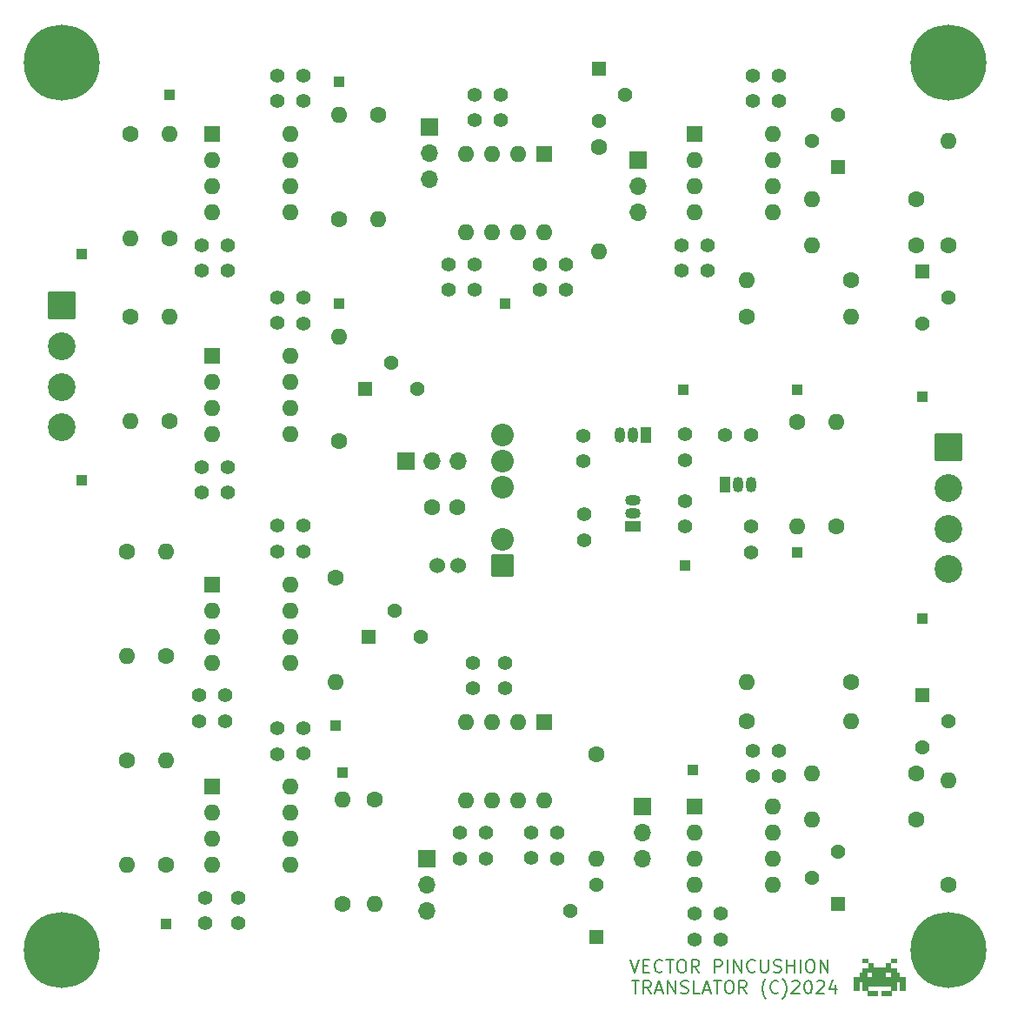
<source format=gbr>
%TF.GenerationSoftware,KiCad,Pcbnew,8.0.3*%
%TF.CreationDate,2024-07-04T10:47:22-06:00*%
%TF.ProjectId,pincushion2,70696e63-7573-4686-996f-6e322e6b6963,rev?*%
%TF.SameCoordinates,Original*%
%TF.FileFunction,Soldermask,Top*%
%TF.FilePolarity,Negative*%
%FSLAX46Y46*%
G04 Gerber Fmt 4.6, Leading zero omitted, Abs format (unit mm)*
G04 Created by KiCad (PCBNEW 8.0.3) date 2024-07-04 10:47:22*
%MOMM*%
%LPD*%
G01*
G04 APERTURE LIST*
G04 Aperture macros list*
%AMRoundRect*
0 Rectangle with rounded corners*
0 $1 Rounding radius*
0 $2 $3 $4 $5 $6 $7 $8 $9 X,Y pos of 4 corners*
0 Add a 4 corners polygon primitive as box body*
4,1,4,$2,$3,$4,$5,$6,$7,$8,$9,$2,$3,0*
0 Add four circle primitives for the rounded corners*
1,1,$1+$1,$2,$3*
1,1,$1+$1,$4,$5*
1,1,$1+$1,$6,$7*
1,1,$1+$1,$8,$9*
0 Add four rect primitives between the rounded corners*
20,1,$1+$1,$2,$3,$4,$5,0*
20,1,$1+$1,$4,$5,$6,$7,0*
20,1,$1+$1,$6,$7,$8,$9,0*
20,1,$1+$1,$8,$9,$2,$3,0*%
G04 Aperture macros list end*
%ADD10C,0.203200*%
%ADD11C,0.000000*%
%ADD12C,1.400000*%
%ADD13C,1.426000*%
%ADD14RoundRect,0.102000X0.611000X-0.611000X0.611000X0.611000X-0.611000X0.611000X-0.611000X-0.611000X0*%
%ADD15R,1.000000X1.000000*%
%ADD16C,2.704000*%
%ADD17RoundRect,0.102000X-1.250000X1.250000X-1.250000X-1.250000X1.250000X-1.250000X1.250000X1.250000X0*%
%ADD18O,1.600000X1.600000*%
%ADD19C,1.600000*%
%ADD20C,0.800000*%
%ADD21C,7.400000*%
%ADD22RoundRect,0.102000X-0.611000X0.611000X-0.611000X-0.611000X0.611000X-0.611000X0.611000X0.611000X0*%
%ADD23R,1.600000X1.600000*%
%ADD24O,1.700000X1.700000*%
%ADD25R,1.700000X1.700000*%
%ADD26C,2.204000*%
%ADD27RoundRect,0.102000X1.000000X-1.000000X1.000000X1.000000X-1.000000X1.000000X-1.000000X-1.000000X0*%
%ADD28O,1.050000X1.500000*%
%ADD29R,1.050000X1.500000*%
%ADD30RoundRect,0.102000X-0.611000X-0.611000X0.611000X-0.611000X0.611000X0.611000X-0.611000X0.611000X0*%
%ADD31C,1.524000*%
%ADD32O,1.500000X1.050000*%
%ADD33R,1.500000X1.050000*%
G04 APERTURE END LIST*
D10*
X83281762Y-115251645D02*
X83705095Y-116521645D01*
X83705095Y-116521645D02*
X84128429Y-115251645D01*
X84551761Y-115856407D02*
X84975095Y-115856407D01*
X85156523Y-116521645D02*
X84551761Y-116521645D01*
X84551761Y-116521645D02*
X84551761Y-115251645D01*
X84551761Y-115251645D02*
X85156523Y-115251645D01*
X86426524Y-116400692D02*
X86366048Y-116461169D01*
X86366048Y-116461169D02*
X86184619Y-116521645D01*
X86184619Y-116521645D02*
X86063667Y-116521645D01*
X86063667Y-116521645D02*
X85882238Y-116461169D01*
X85882238Y-116461169D02*
X85761286Y-116340216D01*
X85761286Y-116340216D02*
X85700809Y-116219264D01*
X85700809Y-116219264D02*
X85640333Y-115977359D01*
X85640333Y-115977359D02*
X85640333Y-115795930D01*
X85640333Y-115795930D02*
X85700809Y-115554026D01*
X85700809Y-115554026D02*
X85761286Y-115433073D01*
X85761286Y-115433073D02*
X85882238Y-115312121D01*
X85882238Y-115312121D02*
X86063667Y-115251645D01*
X86063667Y-115251645D02*
X86184619Y-115251645D01*
X86184619Y-115251645D02*
X86366048Y-115312121D01*
X86366048Y-115312121D02*
X86426524Y-115372597D01*
X86789381Y-115251645D02*
X87515095Y-115251645D01*
X87152238Y-116521645D02*
X87152238Y-115251645D01*
X88180333Y-115251645D02*
X88422238Y-115251645D01*
X88422238Y-115251645D02*
X88543190Y-115312121D01*
X88543190Y-115312121D02*
X88664143Y-115433073D01*
X88664143Y-115433073D02*
X88724619Y-115674978D01*
X88724619Y-115674978D02*
X88724619Y-116098311D01*
X88724619Y-116098311D02*
X88664143Y-116340216D01*
X88664143Y-116340216D02*
X88543190Y-116461169D01*
X88543190Y-116461169D02*
X88422238Y-116521645D01*
X88422238Y-116521645D02*
X88180333Y-116521645D01*
X88180333Y-116521645D02*
X88059381Y-116461169D01*
X88059381Y-116461169D02*
X87938428Y-116340216D01*
X87938428Y-116340216D02*
X87877952Y-116098311D01*
X87877952Y-116098311D02*
X87877952Y-115674978D01*
X87877952Y-115674978D02*
X87938428Y-115433073D01*
X87938428Y-115433073D02*
X88059381Y-115312121D01*
X88059381Y-115312121D02*
X88180333Y-115251645D01*
X89994619Y-116521645D02*
X89571285Y-115916883D01*
X89268904Y-116521645D02*
X89268904Y-115251645D01*
X89268904Y-115251645D02*
X89752714Y-115251645D01*
X89752714Y-115251645D02*
X89873666Y-115312121D01*
X89873666Y-115312121D02*
X89934143Y-115372597D01*
X89934143Y-115372597D02*
X89994619Y-115493549D01*
X89994619Y-115493549D02*
X89994619Y-115674978D01*
X89994619Y-115674978D02*
X89934143Y-115795930D01*
X89934143Y-115795930D02*
X89873666Y-115856407D01*
X89873666Y-115856407D02*
X89752714Y-115916883D01*
X89752714Y-115916883D02*
X89268904Y-115916883D01*
X91506523Y-116521645D02*
X91506523Y-115251645D01*
X91506523Y-115251645D02*
X91990333Y-115251645D01*
X91990333Y-115251645D02*
X92111285Y-115312121D01*
X92111285Y-115312121D02*
X92171762Y-115372597D01*
X92171762Y-115372597D02*
X92232238Y-115493549D01*
X92232238Y-115493549D02*
X92232238Y-115674978D01*
X92232238Y-115674978D02*
X92171762Y-115795930D01*
X92171762Y-115795930D02*
X92111285Y-115856407D01*
X92111285Y-115856407D02*
X91990333Y-115916883D01*
X91990333Y-115916883D02*
X91506523Y-115916883D01*
X92776523Y-116521645D02*
X92776523Y-115251645D01*
X93381285Y-116521645D02*
X93381285Y-115251645D01*
X93381285Y-115251645D02*
X94107000Y-116521645D01*
X94107000Y-116521645D02*
X94107000Y-115251645D01*
X95437476Y-116400692D02*
X95377000Y-116461169D01*
X95377000Y-116461169D02*
X95195571Y-116521645D01*
X95195571Y-116521645D02*
X95074619Y-116521645D01*
X95074619Y-116521645D02*
X94893190Y-116461169D01*
X94893190Y-116461169D02*
X94772238Y-116340216D01*
X94772238Y-116340216D02*
X94711761Y-116219264D01*
X94711761Y-116219264D02*
X94651285Y-115977359D01*
X94651285Y-115977359D02*
X94651285Y-115795930D01*
X94651285Y-115795930D02*
X94711761Y-115554026D01*
X94711761Y-115554026D02*
X94772238Y-115433073D01*
X94772238Y-115433073D02*
X94893190Y-115312121D01*
X94893190Y-115312121D02*
X95074619Y-115251645D01*
X95074619Y-115251645D02*
X95195571Y-115251645D01*
X95195571Y-115251645D02*
X95377000Y-115312121D01*
X95377000Y-115312121D02*
X95437476Y-115372597D01*
X95981761Y-115251645D02*
X95981761Y-116279740D01*
X95981761Y-116279740D02*
X96042238Y-116400692D01*
X96042238Y-116400692D02*
X96102714Y-116461169D01*
X96102714Y-116461169D02*
X96223666Y-116521645D01*
X96223666Y-116521645D02*
X96465571Y-116521645D01*
X96465571Y-116521645D02*
X96586523Y-116461169D01*
X96586523Y-116461169D02*
X96647000Y-116400692D01*
X96647000Y-116400692D02*
X96707476Y-116279740D01*
X96707476Y-116279740D02*
X96707476Y-115251645D01*
X97251761Y-116461169D02*
X97433190Y-116521645D01*
X97433190Y-116521645D02*
X97735571Y-116521645D01*
X97735571Y-116521645D02*
X97856523Y-116461169D01*
X97856523Y-116461169D02*
X97916999Y-116400692D01*
X97916999Y-116400692D02*
X97977476Y-116279740D01*
X97977476Y-116279740D02*
X97977476Y-116158788D01*
X97977476Y-116158788D02*
X97916999Y-116037835D01*
X97916999Y-116037835D02*
X97856523Y-115977359D01*
X97856523Y-115977359D02*
X97735571Y-115916883D01*
X97735571Y-115916883D02*
X97493666Y-115856407D01*
X97493666Y-115856407D02*
X97372714Y-115795930D01*
X97372714Y-115795930D02*
X97312237Y-115735454D01*
X97312237Y-115735454D02*
X97251761Y-115614502D01*
X97251761Y-115614502D02*
X97251761Y-115493549D01*
X97251761Y-115493549D02*
X97312237Y-115372597D01*
X97312237Y-115372597D02*
X97372714Y-115312121D01*
X97372714Y-115312121D02*
X97493666Y-115251645D01*
X97493666Y-115251645D02*
X97796047Y-115251645D01*
X97796047Y-115251645D02*
X97977476Y-115312121D01*
X98521761Y-116521645D02*
X98521761Y-115251645D01*
X98521761Y-115856407D02*
X99247476Y-115856407D01*
X99247476Y-116521645D02*
X99247476Y-115251645D01*
X99852237Y-116521645D02*
X99852237Y-115251645D01*
X100698904Y-115251645D02*
X100940809Y-115251645D01*
X100940809Y-115251645D02*
X101061761Y-115312121D01*
X101061761Y-115312121D02*
X101182714Y-115433073D01*
X101182714Y-115433073D02*
X101243190Y-115674978D01*
X101243190Y-115674978D02*
X101243190Y-116098311D01*
X101243190Y-116098311D02*
X101182714Y-116340216D01*
X101182714Y-116340216D02*
X101061761Y-116461169D01*
X101061761Y-116461169D02*
X100940809Y-116521645D01*
X100940809Y-116521645D02*
X100698904Y-116521645D01*
X100698904Y-116521645D02*
X100577952Y-116461169D01*
X100577952Y-116461169D02*
X100456999Y-116340216D01*
X100456999Y-116340216D02*
X100396523Y-116098311D01*
X100396523Y-116098311D02*
X100396523Y-115674978D01*
X100396523Y-115674978D02*
X100456999Y-115433073D01*
X100456999Y-115433073D02*
X100577952Y-115312121D01*
X100577952Y-115312121D02*
X100698904Y-115251645D01*
X101787475Y-116521645D02*
X101787475Y-115251645D01*
X101787475Y-115251645D02*
X102513190Y-116521645D01*
X102513190Y-116521645D02*
X102513190Y-115251645D01*
X83432952Y-117296274D02*
X84158666Y-117296274D01*
X83795809Y-118566274D02*
X83795809Y-117296274D01*
X85307714Y-118566274D02*
X84884380Y-117961512D01*
X84581999Y-118566274D02*
X84581999Y-117296274D01*
X84581999Y-117296274D02*
X85065809Y-117296274D01*
X85065809Y-117296274D02*
X85186761Y-117356750D01*
X85186761Y-117356750D02*
X85247238Y-117417226D01*
X85247238Y-117417226D02*
X85307714Y-117538178D01*
X85307714Y-117538178D02*
X85307714Y-117719607D01*
X85307714Y-117719607D02*
X85247238Y-117840559D01*
X85247238Y-117840559D02*
X85186761Y-117901036D01*
X85186761Y-117901036D02*
X85065809Y-117961512D01*
X85065809Y-117961512D02*
X84581999Y-117961512D01*
X85791523Y-118203417D02*
X86396285Y-118203417D01*
X85670571Y-118566274D02*
X86093904Y-117296274D01*
X86093904Y-117296274D02*
X86517238Y-118566274D01*
X86940570Y-118566274D02*
X86940570Y-117296274D01*
X86940570Y-117296274D02*
X87666285Y-118566274D01*
X87666285Y-118566274D02*
X87666285Y-117296274D01*
X88210570Y-118505798D02*
X88391999Y-118566274D01*
X88391999Y-118566274D02*
X88694380Y-118566274D01*
X88694380Y-118566274D02*
X88815332Y-118505798D01*
X88815332Y-118505798D02*
X88875808Y-118445321D01*
X88875808Y-118445321D02*
X88936285Y-118324369D01*
X88936285Y-118324369D02*
X88936285Y-118203417D01*
X88936285Y-118203417D02*
X88875808Y-118082464D01*
X88875808Y-118082464D02*
X88815332Y-118021988D01*
X88815332Y-118021988D02*
X88694380Y-117961512D01*
X88694380Y-117961512D02*
X88452475Y-117901036D01*
X88452475Y-117901036D02*
X88331523Y-117840559D01*
X88331523Y-117840559D02*
X88271046Y-117780083D01*
X88271046Y-117780083D02*
X88210570Y-117659131D01*
X88210570Y-117659131D02*
X88210570Y-117538178D01*
X88210570Y-117538178D02*
X88271046Y-117417226D01*
X88271046Y-117417226D02*
X88331523Y-117356750D01*
X88331523Y-117356750D02*
X88452475Y-117296274D01*
X88452475Y-117296274D02*
X88754856Y-117296274D01*
X88754856Y-117296274D02*
X88936285Y-117356750D01*
X90085332Y-118566274D02*
X89480570Y-118566274D01*
X89480570Y-118566274D02*
X89480570Y-117296274D01*
X90448189Y-118203417D02*
X91052951Y-118203417D01*
X90327237Y-118566274D02*
X90750570Y-117296274D01*
X90750570Y-117296274D02*
X91173904Y-118566274D01*
X91415808Y-117296274D02*
X92141522Y-117296274D01*
X91778665Y-118566274D02*
X91778665Y-117296274D01*
X92806760Y-117296274D02*
X93048665Y-117296274D01*
X93048665Y-117296274D02*
X93169617Y-117356750D01*
X93169617Y-117356750D02*
X93290570Y-117477702D01*
X93290570Y-117477702D02*
X93351046Y-117719607D01*
X93351046Y-117719607D02*
X93351046Y-118142940D01*
X93351046Y-118142940D02*
X93290570Y-118384845D01*
X93290570Y-118384845D02*
X93169617Y-118505798D01*
X93169617Y-118505798D02*
X93048665Y-118566274D01*
X93048665Y-118566274D02*
X92806760Y-118566274D01*
X92806760Y-118566274D02*
X92685808Y-118505798D01*
X92685808Y-118505798D02*
X92564855Y-118384845D01*
X92564855Y-118384845D02*
X92504379Y-118142940D01*
X92504379Y-118142940D02*
X92504379Y-117719607D01*
X92504379Y-117719607D02*
X92564855Y-117477702D01*
X92564855Y-117477702D02*
X92685808Y-117356750D01*
X92685808Y-117356750D02*
X92806760Y-117296274D01*
X94621046Y-118566274D02*
X94197712Y-117961512D01*
X93895331Y-118566274D02*
X93895331Y-117296274D01*
X93895331Y-117296274D02*
X94379141Y-117296274D01*
X94379141Y-117296274D02*
X94500093Y-117356750D01*
X94500093Y-117356750D02*
X94560570Y-117417226D01*
X94560570Y-117417226D02*
X94621046Y-117538178D01*
X94621046Y-117538178D02*
X94621046Y-117719607D01*
X94621046Y-117719607D02*
X94560570Y-117840559D01*
X94560570Y-117840559D02*
X94500093Y-117901036D01*
X94500093Y-117901036D02*
X94379141Y-117961512D01*
X94379141Y-117961512D02*
X93895331Y-117961512D01*
X96495808Y-119050083D02*
X96435331Y-118989607D01*
X96435331Y-118989607D02*
X96314379Y-118808178D01*
X96314379Y-118808178D02*
X96253903Y-118687226D01*
X96253903Y-118687226D02*
X96193427Y-118505798D01*
X96193427Y-118505798D02*
X96132950Y-118203417D01*
X96132950Y-118203417D02*
X96132950Y-117961512D01*
X96132950Y-117961512D02*
X96193427Y-117659131D01*
X96193427Y-117659131D02*
X96253903Y-117477702D01*
X96253903Y-117477702D02*
X96314379Y-117356750D01*
X96314379Y-117356750D02*
X96435331Y-117175321D01*
X96435331Y-117175321D02*
X96495808Y-117114845D01*
X97705332Y-118445321D02*
X97644856Y-118505798D01*
X97644856Y-118505798D02*
X97463427Y-118566274D01*
X97463427Y-118566274D02*
X97342475Y-118566274D01*
X97342475Y-118566274D02*
X97161046Y-118505798D01*
X97161046Y-118505798D02*
X97040094Y-118384845D01*
X97040094Y-118384845D02*
X96979617Y-118263893D01*
X96979617Y-118263893D02*
X96919141Y-118021988D01*
X96919141Y-118021988D02*
X96919141Y-117840559D01*
X96919141Y-117840559D02*
X96979617Y-117598655D01*
X96979617Y-117598655D02*
X97040094Y-117477702D01*
X97040094Y-117477702D02*
X97161046Y-117356750D01*
X97161046Y-117356750D02*
X97342475Y-117296274D01*
X97342475Y-117296274D02*
X97463427Y-117296274D01*
X97463427Y-117296274D02*
X97644856Y-117356750D01*
X97644856Y-117356750D02*
X97705332Y-117417226D01*
X98128665Y-119050083D02*
X98189141Y-118989607D01*
X98189141Y-118989607D02*
X98310094Y-118808178D01*
X98310094Y-118808178D02*
X98370570Y-118687226D01*
X98370570Y-118687226D02*
X98431046Y-118505798D01*
X98431046Y-118505798D02*
X98491522Y-118203417D01*
X98491522Y-118203417D02*
X98491522Y-117961512D01*
X98491522Y-117961512D02*
X98431046Y-117659131D01*
X98431046Y-117659131D02*
X98370570Y-117477702D01*
X98370570Y-117477702D02*
X98310094Y-117356750D01*
X98310094Y-117356750D02*
X98189141Y-117175321D01*
X98189141Y-117175321D02*
X98128665Y-117114845D01*
X99035808Y-117417226D02*
X99096284Y-117356750D01*
X99096284Y-117356750D02*
X99217237Y-117296274D01*
X99217237Y-117296274D02*
X99519618Y-117296274D01*
X99519618Y-117296274D02*
X99640570Y-117356750D01*
X99640570Y-117356750D02*
X99701046Y-117417226D01*
X99701046Y-117417226D02*
X99761523Y-117538178D01*
X99761523Y-117538178D02*
X99761523Y-117659131D01*
X99761523Y-117659131D02*
X99701046Y-117840559D01*
X99701046Y-117840559D02*
X98975332Y-118566274D01*
X98975332Y-118566274D02*
X99761523Y-118566274D01*
X100547713Y-117296274D02*
X100668666Y-117296274D01*
X100668666Y-117296274D02*
X100789618Y-117356750D01*
X100789618Y-117356750D02*
X100850094Y-117417226D01*
X100850094Y-117417226D02*
X100910570Y-117538178D01*
X100910570Y-117538178D02*
X100971047Y-117780083D01*
X100971047Y-117780083D02*
X100971047Y-118082464D01*
X100971047Y-118082464D02*
X100910570Y-118324369D01*
X100910570Y-118324369D02*
X100850094Y-118445321D01*
X100850094Y-118445321D02*
X100789618Y-118505798D01*
X100789618Y-118505798D02*
X100668666Y-118566274D01*
X100668666Y-118566274D02*
X100547713Y-118566274D01*
X100547713Y-118566274D02*
X100426761Y-118505798D01*
X100426761Y-118505798D02*
X100366285Y-118445321D01*
X100366285Y-118445321D02*
X100305808Y-118324369D01*
X100305808Y-118324369D02*
X100245332Y-118082464D01*
X100245332Y-118082464D02*
X100245332Y-117780083D01*
X100245332Y-117780083D02*
X100305808Y-117538178D01*
X100305808Y-117538178D02*
X100366285Y-117417226D01*
X100366285Y-117417226D02*
X100426761Y-117356750D01*
X100426761Y-117356750D02*
X100547713Y-117296274D01*
X101454856Y-117417226D02*
X101515332Y-117356750D01*
X101515332Y-117356750D02*
X101636285Y-117296274D01*
X101636285Y-117296274D02*
X101938666Y-117296274D01*
X101938666Y-117296274D02*
X102059618Y-117356750D01*
X102059618Y-117356750D02*
X102120094Y-117417226D01*
X102120094Y-117417226D02*
X102180571Y-117538178D01*
X102180571Y-117538178D02*
X102180571Y-117659131D01*
X102180571Y-117659131D02*
X102120094Y-117840559D01*
X102120094Y-117840559D02*
X101394380Y-118566274D01*
X101394380Y-118566274D02*
X102180571Y-118566274D01*
X103269142Y-117719607D02*
X103269142Y-118566274D01*
X102966761Y-117235798D02*
X102664380Y-118142940D01*
X102664380Y-118142940D02*
X103450571Y-118142940D01*
D11*
%TO.C,G\u002A\u002A\u002A*%
G36*
X106968631Y-115837723D02*
G01*
X106969929Y-116063529D01*
X108182542Y-116063529D01*
X108183841Y-115837723D01*
X108185139Y-115611918D01*
X108639143Y-115611918D01*
X108639143Y-116066024D01*
X109242955Y-116066024D01*
X109242955Y-116519983D01*
X109544861Y-116522625D01*
X109546159Y-116748391D01*
X109547457Y-116974158D01*
X109848065Y-116975444D01*
X110148672Y-116976731D01*
X110149937Y-117659177D01*
X110151203Y-118341622D01*
X109850527Y-118340336D01*
X109549851Y-118339049D01*
X109544861Y-117430837D01*
X109405136Y-117429437D01*
X109368254Y-117429167D01*
X109334215Y-117429107D01*
X109304420Y-117429243D01*
X109280270Y-117429564D01*
X109263166Y-117430058D01*
X109254510Y-117430711D01*
X109254183Y-117430780D01*
X109242955Y-117433522D01*
X109242955Y-118341544D01*
X108788950Y-118341544D01*
X108787652Y-118567350D01*
X108786354Y-118793155D01*
X107728436Y-118793155D01*
X107727138Y-118567376D01*
X107725839Y-118341597D01*
X108181244Y-118340323D01*
X108636648Y-118339049D01*
X108637947Y-118113244D01*
X108639245Y-117887438D01*
X106513226Y-117887438D01*
X106514525Y-118113244D01*
X106515823Y-118339049D01*
X106971228Y-118340323D01*
X107426632Y-118341597D01*
X107425334Y-118567376D01*
X107424035Y-118793155D01*
X106897179Y-118794426D01*
X106825500Y-118794567D01*
X106756635Y-118794642D01*
X106691239Y-118794654D01*
X106629967Y-118794604D01*
X106573476Y-118794496D01*
X106522420Y-118794332D01*
X106477457Y-118794114D01*
X106439240Y-118793846D01*
X106408427Y-118793529D01*
X106385673Y-118793166D01*
X106371634Y-118792760D01*
X106366972Y-118792346D01*
X106366280Y-118786814D01*
X106365636Y-118772320D01*
X106365055Y-118749880D01*
X106364553Y-118720514D01*
X106364144Y-118685239D01*
X106363843Y-118645072D01*
X106363666Y-118601031D01*
X106363623Y-118565271D01*
X106363623Y-118341544D01*
X105909517Y-118341544D01*
X105909517Y-117433522D01*
X105898289Y-117430780D01*
X105890492Y-117430112D01*
X105874118Y-117429603D01*
X105850566Y-117429266D01*
X105821239Y-117429111D01*
X105787537Y-117429153D01*
X105750862Y-117429403D01*
X105747336Y-117429437D01*
X105607611Y-117430837D01*
X105602621Y-118339049D01*
X105301945Y-118340336D01*
X105001269Y-118341622D01*
X105002534Y-117659177D01*
X105003800Y-116976731D01*
X105304407Y-116975444D01*
X105586781Y-116974236D01*
X106363521Y-116974236D01*
X106817729Y-116974236D01*
X108184936Y-116974236D01*
X108639143Y-116974236D01*
X108639143Y-116525310D01*
X108627916Y-116522581D01*
X108620662Y-116522035D01*
X108604519Y-116521589D01*
X108580578Y-116521249D01*
X108549931Y-116521023D01*
X108513668Y-116520917D01*
X108472880Y-116520936D01*
X108428659Y-116521089D01*
X108402110Y-116521239D01*
X108187532Y-116522625D01*
X108186234Y-116748430D01*
X108184936Y-116974236D01*
X106817729Y-116974236D01*
X106817729Y-116520028D01*
X106591923Y-116521326D01*
X106366118Y-116522625D01*
X106364819Y-116748430D01*
X106363521Y-116974236D01*
X105586781Y-116974236D01*
X105605014Y-116974158D01*
X105606313Y-116748391D01*
X105607611Y-116522625D01*
X105909517Y-116519983D01*
X105909517Y-116066024D01*
X106513328Y-116066024D01*
X106513328Y-115611918D01*
X106967332Y-115611918D01*
X106968631Y-115837723D01*
G37*
G36*
X109242955Y-115611918D02*
G01*
X108639143Y-115611918D01*
X108639143Y-115157811D01*
X109242955Y-115157811D01*
X109242955Y-115611918D01*
G37*
G36*
X106513328Y-115611918D02*
G01*
X105909517Y-115611918D01*
X105909517Y-115157811D01*
X106513328Y-115157811D01*
X106513328Y-115611918D01*
G37*
%TD*%
D12*
%TO.C,C36*%
X95043100Y-64208800D03*
X92543100Y-64208800D03*
%TD*%
%TO.C,C7*%
X77022800Y-50099200D03*
X77022800Y-47599200D03*
%TD*%
D13*
%TO.C,VR4*%
X103505000Y-33020000D03*
X100965000Y-35560000D03*
D14*
X103505000Y-38100000D03*
%TD*%
D15*
%TO.C,TP13*%
X88468200Y-59763800D03*
%TD*%
D12*
%TO.C,C30*%
X89525000Y-110812144D03*
X89525000Y-113312144D03*
%TD*%
D16*
%TO.C,J7*%
X114300000Y-77285000D03*
X114300000Y-73325000D03*
X114300000Y-69365000D03*
D17*
X114300000Y-65405000D03*
%TD*%
D18*
%TO.C,R9*%
X34554000Y-62855000D03*
D19*
X34554000Y-52695000D03*
%TD*%
D12*
%TO.C,C11*%
X44079000Y-67320000D03*
X44079000Y-69820000D03*
%TD*%
D20*
%TO.C,H3*%
X30715000Y-114300000D03*
X29902221Y-116262221D03*
X29902221Y-112337779D03*
X27940000Y-117075000D03*
D21*
X27940000Y-114300000D03*
D20*
X27940000Y-111525000D03*
X25977779Y-116262221D03*
X25977779Y-112337779D03*
X25165000Y-114300000D03*
%TD*%
D18*
%TO.C,R15*%
X58420000Y-109855000D03*
D19*
X58420000Y-99695000D03*
%TD*%
D18*
%TO.C,R21*%
X54610000Y-88265000D03*
D19*
X54610000Y-78105000D03*
%TD*%
D12*
%TO.C,C38*%
X68132800Y-31089200D03*
X68132800Y-33589200D03*
%TD*%
%TO.C,C34*%
X78740000Y-66756600D03*
X78740000Y-64256600D03*
%TD*%
%TO.C,C23*%
X76200000Y-105430000D03*
X76200000Y-102930000D03*
%TD*%
D15*
%TO.C,TP2*%
X54874000Y-29835000D03*
%TD*%
D18*
%TO.C,R7*%
X104775000Y-52705000D03*
D19*
X94615000Y-52705000D03*
%TD*%
D12*
%TO.C,C43*%
X88620600Y-73132000D03*
X88620600Y-70632000D03*
%TD*%
D13*
%TO.C,VR1*%
X111760000Y-53340000D03*
X114300000Y-50800000D03*
D22*
X111760000Y-48260000D03*
%TD*%
D18*
%TO.C,R28*%
X103318100Y-62938800D03*
D19*
X103318100Y-73098800D03*
%TD*%
D18*
%TO.C,IC1*%
X74920000Y-44460000D03*
X72380000Y-44460000D03*
X69840000Y-44460000D03*
X67300000Y-44460000D03*
X67300000Y-36840000D03*
X69840000Y-36840000D03*
X72380000Y-36840000D03*
D23*
X74920000Y-36840000D03*
%TD*%
D12*
%TO.C,C22*%
X97790000Y-94917144D03*
X97790000Y-97417144D03*
%TD*%
D24*
%TO.C,J3*%
X63500000Y-110490000D03*
X63500000Y-107950000D03*
D25*
X63500000Y-105410000D03*
%TD*%
D12*
%TO.C,C24*%
X73660000Y-105390000D03*
X73660000Y-102890000D03*
%TD*%
D15*
%TO.C,TP14*%
X99508100Y-75638800D03*
%TD*%
D12*
%TO.C,C4*%
X51435000Y-50850000D03*
X51435000Y-53350000D03*
%TD*%
D18*
%TO.C,R22*%
X34290000Y-85725000D03*
D19*
X34290000Y-75565000D03*
%TD*%
D12*
%TO.C,C39*%
X70672800Y-31089200D03*
X70672800Y-33589200D03*
%TD*%
D18*
%TO.C,R2*%
X58684000Y-43170000D03*
D19*
X58684000Y-33010000D03*
%TD*%
D18*
%TO.C,R19*%
X55245000Y-99695000D03*
D19*
X55245000Y-109855000D03*
%TD*%
D15*
%TO.C,TP1*%
X38364000Y-31105000D03*
%TD*%
D18*
%TO.C,U4*%
X50165000Y-98435000D03*
X50165000Y-100975000D03*
X50165000Y-103515000D03*
X50165000Y-106055000D03*
X42545000Y-106055000D03*
X42545000Y-103515000D03*
X42545000Y-100975000D03*
D23*
X42545000Y-98435000D03*
%TD*%
D18*
%TO.C,R25*%
X100965000Y-97155000D03*
D19*
X111125000Y-97155000D03*
%TD*%
D18*
%TO.C,U5*%
X50175000Y-78750000D03*
X50175000Y-81290000D03*
X50175000Y-83830000D03*
X50175000Y-86370000D03*
X42555000Y-86370000D03*
X42555000Y-83830000D03*
X42555000Y-81290000D03*
D23*
X42555000Y-78750000D03*
%TD*%
D15*
%TO.C,TP7*%
X38100000Y-111760000D03*
%TD*%
D12*
%TO.C,C14*%
X88265000Y-45740000D03*
X88265000Y-48240000D03*
%TD*%
%TO.C,C12*%
X41539000Y-67320000D03*
X41539000Y-69820000D03*
%TD*%
D15*
%TO.C,TP12*%
X111760000Y-82072000D03*
%TD*%
%TO.C,TP10*%
X54610000Y-92456000D03*
%TD*%
D18*
%TO.C,IC2*%
X74920000Y-99745000D03*
X72380000Y-99745000D03*
X69840000Y-99745000D03*
X67300000Y-99745000D03*
X67300000Y-92125000D03*
X69840000Y-92125000D03*
X72380000Y-92125000D03*
D23*
X74920000Y-92125000D03*
%TD*%
D26*
%TO.C,PS1*%
X70866000Y-64236600D03*
X70866000Y-66776600D03*
X70866000Y-69316600D03*
X70866000Y-74396600D03*
D27*
X70866000Y-76936600D03*
%TD*%
D12*
%TO.C,C6*%
X97790000Y-29230000D03*
X97790000Y-31730000D03*
%TD*%
%TO.C,C40*%
X67945000Y-86360000D03*
X67945000Y-88860000D03*
%TD*%
D18*
%TO.C,R20*%
X104775000Y-92075000D03*
D19*
X94615000Y-92075000D03*
%TD*%
D18*
%TO.C,R17*%
X94615000Y-88265000D03*
D19*
X104775000Y-88265000D03*
%TD*%
D13*
%TO.C,VR7*%
X80010000Y-107950000D03*
X77470000Y-110490000D03*
D14*
X80010000Y-113030000D03*
%TD*%
D12*
%TO.C,C25*%
X45085000Y-109240000D03*
X45085000Y-111740000D03*
%TD*%
D18*
%TO.C,R10*%
X38364000Y-52695000D03*
D19*
X38364000Y-62855000D03*
%TD*%
D28*
%TO.C,U8*%
X95063100Y-69013800D03*
X93793100Y-69013800D03*
D29*
X92523100Y-69013800D03*
%TD*%
D12*
%TO.C,C20*%
X51435000Y-73045000D03*
X51435000Y-75545000D03*
%TD*%
D15*
%TO.C,TP8*%
X55245000Y-97028000D03*
%TD*%
D12*
%TO.C,C27*%
X43815000Y-89555000D03*
X43815000Y-92055000D03*
%TD*%
D18*
%TO.C,R6*%
X54874000Y-33010000D03*
D19*
X54874000Y-43170000D03*
%TD*%
D12*
%TO.C,C16*%
X68132800Y-47599200D03*
X68132800Y-50099200D03*
%TD*%
D19*
%TO.C,C33*%
X66468100Y-71193800D03*
X63968100Y-71193800D03*
%TD*%
D20*
%TO.C,H4*%
X117075000Y-114300000D03*
X116262221Y-116262221D03*
X116262221Y-112337779D03*
X114300000Y-117075000D03*
D21*
X114300000Y-114300000D03*
D20*
X114300000Y-111525000D03*
X112337779Y-116262221D03*
X112337779Y-112337779D03*
X111525000Y-114300000D03*
%TD*%
D12*
%TO.C,C5*%
X95250000Y-29230000D03*
X95250000Y-31730000D03*
%TD*%
D18*
%TO.C,R11*%
X80197800Y-46309200D03*
D19*
X80197800Y-36149200D03*
%TD*%
D18*
%TO.C,R3*%
X114300000Y-35560000D03*
D19*
X114300000Y-45720000D03*
%TD*%
D15*
%TO.C,TP16*%
X88646000Y-76936600D03*
%TD*%
%TO.C,TP5*%
X29845000Y-68580000D03*
%TD*%
D12*
%TO.C,C37*%
X95063100Y-75618800D03*
X95063100Y-73118800D03*
%TD*%
%TO.C,C1*%
X48895000Y-29220000D03*
X48895000Y-31720000D03*
%TD*%
D18*
%TO.C,R13*%
X100965000Y-41275000D03*
D19*
X111125000Y-41275000D03*
%TD*%
D18*
%TO.C,U3*%
X97165000Y-34935000D03*
X97165000Y-37475000D03*
X97165000Y-40015000D03*
X97165000Y-42555000D03*
X89545000Y-42555000D03*
X89545000Y-40015000D03*
X89545000Y-37475000D03*
D23*
X89545000Y-34935000D03*
%TD*%
D18*
%TO.C,R1*%
X34554000Y-45075000D03*
D19*
X34554000Y-34915000D03*
%TD*%
D12*
%TO.C,C2*%
X51435000Y-29220000D03*
X51435000Y-31720000D03*
%TD*%
D18*
%TO.C,R4*%
X94615000Y-49149000D03*
D19*
X104775000Y-49149000D03*
%TD*%
D12*
%TO.C,C21*%
X95250000Y-94917144D03*
X95250000Y-97417144D03*
%TD*%
%TO.C,C19*%
X48895000Y-73045000D03*
X48895000Y-75545000D03*
%TD*%
D18*
%TO.C,R18*%
X38100000Y-95885000D03*
D19*
X38100000Y-106045000D03*
%TD*%
D15*
%TO.C,TP6*%
X111760000Y-60452000D03*
%TD*%
%TO.C,TP15*%
X99508100Y-59763800D03*
%TD*%
D18*
%TO.C,R8*%
X54874000Y-54600000D03*
D19*
X54874000Y-64760000D03*
%TD*%
D18*
%TO.C,R23*%
X38100000Y-75565000D03*
D19*
X38100000Y-85725000D03*
%TD*%
D13*
%TO.C,VR6*%
X62865000Y-83820000D03*
X60325000Y-81280000D03*
D30*
X57785000Y-83820000D03*
%TD*%
D12*
%TO.C,C15*%
X65592800Y-47599200D03*
X65592800Y-50099200D03*
%TD*%
D13*
%TO.C,VR2*%
X62494000Y-59680000D03*
X59954000Y-57140000D03*
D30*
X57414000Y-59680000D03*
%TD*%
D24*
%TO.C,J5*%
X66503100Y-66748800D03*
X63963100Y-66748800D03*
D25*
X61423100Y-66748800D03*
%TD*%
D18*
%TO.C,U2*%
X50175000Y-56525000D03*
X50175000Y-59065000D03*
X50175000Y-61605000D03*
X50175000Y-64145000D03*
X42555000Y-64145000D03*
X42555000Y-61605000D03*
X42555000Y-59065000D03*
D23*
X42555000Y-56525000D03*
%TD*%
D15*
%TO.C,TP3*%
X71069200Y-51404200D03*
%TD*%
D18*
%TO.C,U1*%
X50175000Y-34935000D03*
X50175000Y-37475000D03*
X50175000Y-40015000D03*
X50175000Y-42555000D03*
X42555000Y-42555000D03*
X42555000Y-40015000D03*
X42555000Y-37475000D03*
D23*
X42555000Y-34935000D03*
%TD*%
D12*
%TO.C,C9*%
X44079000Y-45730000D03*
X44079000Y-48230000D03*
%TD*%
%TO.C,C32*%
X69215000Y-102930000D03*
X69215000Y-105430000D03*
%TD*%
D18*
%TO.C,R26*%
X100965000Y-101600000D03*
D19*
X111125000Y-101600000D03*
%TD*%
D13*
%TO.C,VR8*%
X103495000Y-104775000D03*
X100955000Y-107315000D03*
D14*
X103495000Y-109855000D03*
%TD*%
D12*
%TO.C,C35*%
X88595200Y-66655000D03*
X88595200Y-64155000D03*
%TD*%
D15*
%TO.C,TP9*%
X89408000Y-96774000D03*
%TD*%
D12*
%TO.C,C41*%
X71120000Y-86380000D03*
X71120000Y-88880000D03*
%TD*%
D24*
%TO.C,J2*%
X63687800Y-39339200D03*
X63687800Y-36799200D03*
D25*
X63687800Y-34259200D03*
%TD*%
D12*
%TO.C,C17*%
X48895000Y-92750000D03*
X48895000Y-95250000D03*
%TD*%
D28*
%TO.C,U7*%
X82296000Y-64236600D03*
X83566000Y-64236600D03*
D29*
X84836000Y-64236600D03*
%TD*%
D12*
%TO.C,C29*%
X92065000Y-110812144D03*
X92065000Y-113312144D03*
%TD*%
D13*
%TO.C,VR5*%
X111760000Y-94615000D03*
X114300000Y-92075000D03*
D22*
X111760000Y-89535000D03*
%TD*%
D13*
%TO.C,VR3*%
X80197800Y-33609200D03*
X82737800Y-31069200D03*
D22*
X80197800Y-28529200D03*
%TD*%
D12*
%TO.C,C42*%
X78790800Y-74427400D03*
X78790800Y-71927400D03*
%TD*%
D31*
%TO.C,L1*%
X66516000Y-76936600D03*
X64516000Y-76936600D03*
%TD*%
D12*
%TO.C,C8*%
X74482800Y-50099200D03*
X74482800Y-47599200D03*
%TD*%
D15*
%TO.C,TP4*%
X54874000Y-51425000D03*
%TD*%
D17*
%TO.C,J6*%
X27940000Y-51597500D03*
D16*
X27940000Y-55557500D03*
X27940000Y-59517500D03*
X27940000Y-63477500D03*
%TD*%
D18*
%TO.C,R16*%
X114300000Y-97790000D03*
D19*
X114300000Y-107950000D03*
%TD*%
D24*
%TO.C,J4*%
X84455000Y-105410000D03*
X84455000Y-102870000D03*
D25*
X84455000Y-100330000D03*
%TD*%
D18*
%TO.C,R5*%
X38364000Y-34915000D03*
D19*
X38364000Y-45075000D03*
%TD*%
D12*
%TO.C,C26*%
X41910000Y-109240000D03*
X41910000Y-111740000D03*
%TD*%
D20*
%TO.C,H2*%
X117075000Y-27940000D03*
X116262221Y-29902221D03*
X116262221Y-25977779D03*
X114300000Y-30715000D03*
D21*
X114300000Y-27940000D03*
D20*
X114300000Y-25165000D03*
X112337779Y-29902221D03*
X112337779Y-25977779D03*
X111525000Y-27940000D03*
%TD*%
D18*
%TO.C,R24*%
X80010000Y-105410000D03*
D19*
X80010000Y-95250000D03*
%TD*%
D18*
%TO.C,R27*%
X99508100Y-73098800D03*
D19*
X99508100Y-62938800D03*
%TD*%
D12*
%TO.C,C10*%
X41539000Y-45730000D03*
X41539000Y-48230000D03*
%TD*%
%TO.C,C18*%
X51435000Y-92730000D03*
X51435000Y-95230000D03*
%TD*%
D15*
%TO.C,TP11*%
X29845000Y-46609000D03*
%TD*%
D12*
%TO.C,C31*%
X66675000Y-102930000D03*
X66675000Y-105430000D03*
%TD*%
D18*
%TO.C,U6*%
X97155000Y-100340000D03*
X97155000Y-102880000D03*
X97155000Y-105420000D03*
X97155000Y-107960000D03*
X89535000Y-107960000D03*
X89535000Y-105420000D03*
X89535000Y-102880000D03*
D23*
X89535000Y-100340000D03*
%TD*%
D24*
%TO.C,J1*%
X84007800Y-42514200D03*
X84007800Y-39974200D03*
D25*
X84007800Y-37434200D03*
%TD*%
D12*
%TO.C,C28*%
X41275000Y-89555000D03*
X41275000Y-92055000D03*
%TD*%
%TO.C,C3*%
X48895000Y-50810000D03*
X48895000Y-53310000D03*
%TD*%
D18*
%TO.C,R14*%
X34290000Y-106045000D03*
D19*
X34290000Y-95885000D03*
%TD*%
D18*
%TO.C,R12*%
X100965000Y-45720000D03*
D19*
X111125000Y-45720000D03*
%TD*%
D12*
%TO.C,C13*%
X90805000Y-45740000D03*
X90805000Y-48240000D03*
%TD*%
D32*
%TO.C,U9*%
X83566000Y-70586600D03*
X83566000Y-71856600D03*
D33*
X83566000Y-73126600D03*
%TD*%
D20*
%TO.C,H1*%
X25165000Y-27940000D03*
X25977779Y-25977779D03*
X25977779Y-29902221D03*
X27940000Y-25165000D03*
D21*
X27940000Y-27940000D03*
D20*
X27940000Y-30715000D03*
X29902221Y-25977779D03*
X29902221Y-29902221D03*
X30715000Y-27940000D03*
%TD*%
M02*

</source>
